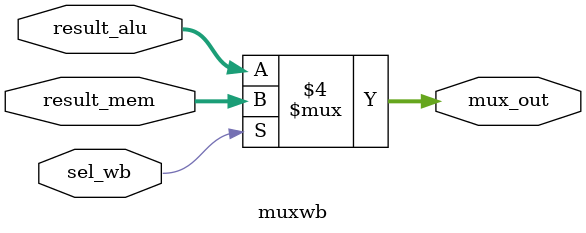
<source format=v>
module muxwb (result_alu, result_mem, mux_out, sel_wb);

input wire [31:0] result_mem, result_alu;
input wire sel_wb;
output reg [31:0] mux_out;


always @*
begin
    if (sel_wb == 1'b0) begin
        mux_out = result_alu;
    end
    else begin
        mux_out = result_mem;
    end
end
endmodule
</source>
